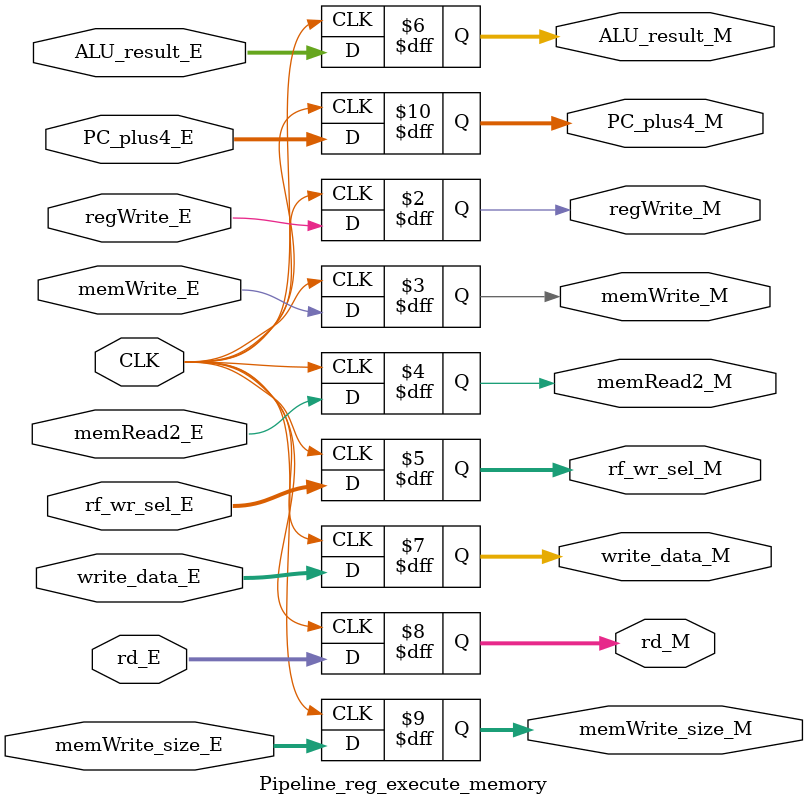
<source format=sv>
`timescale 1ns / 1ps

// Instantiate the Pipeline_reg_execute_memory module


module Pipeline_reg_execute_memory(
    input CLK,
    input regWrite_E,
    input memWrite_E,
    input memRead2_E,
    input [1:0] rf_wr_sel_E,
    input [31:0] ALU_result_E,
    input [31:0] write_data_E,
    input [4:0] rd_E,
    input [2:0] memWrite_size_E,
    input [31:0] PC_plus4_E,
    output logic regWrite_M,
    output logic memWrite_M,
    output logic memRead2_M,
    output logic [1:0] rf_wr_sel_M,
    output logic [31:0] ALU_result_M,
    output logic [31:0] write_data_M,
    output logic [4:0] rd_M,
    output logic [2:0] memWrite_size_M,
    output logic [31:0] PC_plus4_M
    );

    always_ff @(posedge CLK) begin
        regWrite_M <= regWrite_E;
        rf_wr_sel_M <= rf_wr_sel_E;
        memWrite_M <= memWrite_E;
        memRead2_M <= memRead2_E;
        ALU_result_M <= ALU_result_E;
        write_data_M <= write_data_E;
        rd_M <= rd_E;
        memWrite_size_M <= memWrite_size_E;
        PC_plus4_M <= PC_plus4_E;
    end
endmodule

</source>
